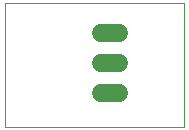
<source format=gbl>
G75*
%MOIN*%
%OFA0B0*%
%FSLAX24Y24*%
%IPPOS*%
%LPD*%
%AMOC8*
5,1,8,0,0,1.08239X$1,22.5*
%
%ADD10C,0.0000*%
%ADD11C,0.0600*%
D10*
X000100Y000100D02*
X000100Y004221D01*
X006095Y004221D01*
X006095Y000100D01*
X000100Y000100D01*
D11*
X003300Y001225D02*
X003900Y001225D01*
X003900Y002225D02*
X003300Y002225D01*
X003300Y003225D02*
X003900Y003225D01*
M02*

</source>
